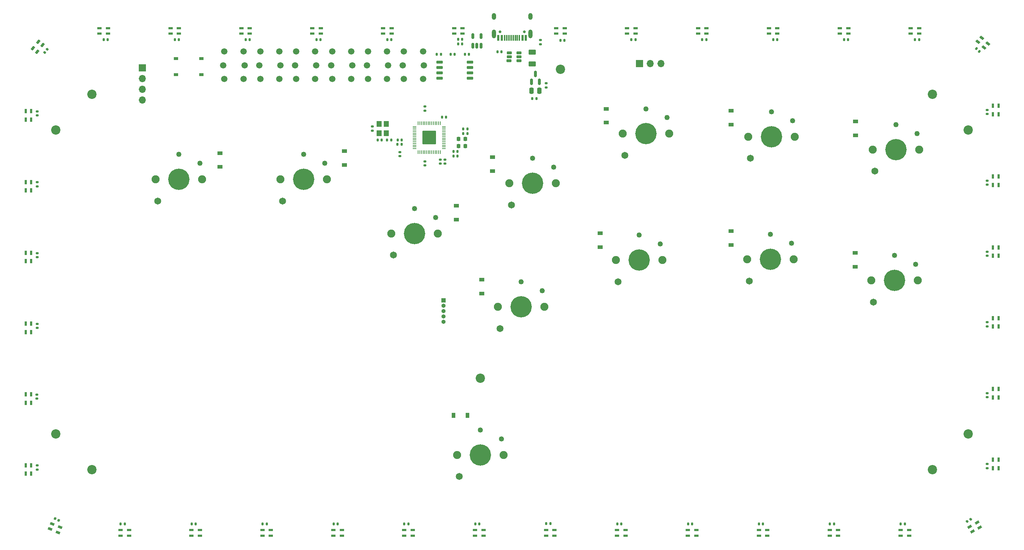
<source format=gbr>
%TF.GenerationSoftware,KiCad,Pcbnew,(6.0.6)*%
%TF.CreationDate,2023-02-28T19:31:56-05:00*%
%TF.ProjectId,fightstick_v2,66696768-7473-4746-9963-6b5f76322e6b,rev?*%
%TF.SameCoordinates,Original*%
%TF.FileFunction,Soldermask,Top*%
%TF.FilePolarity,Negative*%
%FSLAX46Y46*%
G04 Gerber Fmt 4.6, Leading zero omitted, Abs format (unit mm)*
G04 Created by KiCad (PCBNEW (6.0.6)) date 2023-02-28 19:31:56*
%MOMM*%
%LPD*%
G01*
G04 APERTURE LIST*
G04 Aperture macros list*
%AMRoundRect*
0 Rectangle with rounded corners*
0 $1 Rounding radius*
0 $2 $3 $4 $5 $6 $7 $8 $9 X,Y pos of 4 corners*
0 Add a 4 corners polygon primitive as box body*
4,1,4,$2,$3,$4,$5,$6,$7,$8,$9,$2,$3,0*
0 Add four circle primitives for the rounded corners*
1,1,$1+$1,$2,$3*
1,1,$1+$1,$4,$5*
1,1,$1+$1,$6,$7*
1,1,$1+$1,$8,$9*
0 Add four rect primitives between the rounded corners*
20,1,$1+$1,$2,$3,$4,$5,0*
20,1,$1+$1,$4,$5,$6,$7,0*
20,1,$1+$1,$6,$7,$8,$9,0*
20,1,$1+$1,$8,$9,$2,$3,0*%
%AMRotRect*
0 Rectangle, with rotation*
0 The origin of the aperture is its center*
0 $1 length*
0 $2 width*
0 $3 Rotation angle, in degrees counterclockwise*
0 Add horizontal line*
21,1,$1,$2,0,0,$3*%
G04 Aperture macros list end*
%ADD10R,1.000000X0.750000*%
%ADD11R,1.000000X0.600000*%
%ADD12R,0.600000X1.000000*%
%ADD13RotRect,1.000000X0.600000X337.000000*%
%ADD14RotRect,1.000000X0.600000X136.000000*%
%ADD15RotRect,1.000000X0.600000X231.000000*%
%ADD16RotRect,1.000000X0.600000X30.000000*%
%ADD17R,1.200000X0.900000*%
%ADD18R,1.700000X1.700000*%
%ADD19O,1.700000X1.700000*%
%ADD20RoundRect,0.140000X0.044010X-0.215785X0.220220X0.001816X-0.044010X0.215785X-0.220220X-0.001816X0*%
%ADD21RoundRect,0.140000X0.140000X0.170000X-0.140000X0.170000X-0.140000X-0.170000X0.140000X-0.170000X0*%
%ADD22C,2.200000*%
%ADD23RoundRect,0.140000X-0.170000X0.140000X-0.170000X-0.140000X0.170000X-0.140000X0.170000X0.140000X0*%
%ADD24RoundRect,0.140000X-0.140000X-0.170000X0.140000X-0.170000X0.140000X0.170000X-0.140000X0.170000X0*%
%ADD25RoundRect,0.140000X0.170000X-0.140000X0.170000X0.140000X-0.170000X0.140000X-0.170000X-0.140000X0*%
%ADD26C,1.508000*%
%ADD27RoundRect,0.225000X0.225000X0.250000X-0.225000X0.250000X-0.225000X-0.250000X0.225000X-0.250000X0*%
%ADD28RoundRect,0.150000X-0.650000X-0.150000X0.650000X-0.150000X0.650000X0.150000X-0.650000X0.150000X0*%
%ADD29R,0.900000X1.200000*%
%ADD30C,1.900000*%
%ADD31C,1.250000*%
%ADD32C,5.050000*%
%ADD33C,1.650000*%
%ADD34RoundRect,0.050000X-0.050000X0.387500X-0.050000X-0.387500X0.050000X-0.387500X0.050000X0.387500X0*%
%ADD35RoundRect,0.050000X-0.387500X0.050000X-0.387500X-0.050000X0.387500X-0.050000X0.387500X0.050000X0*%
%ADD36RoundRect,0.144000X-1.456000X1.456000X-1.456000X-1.456000X1.456000X-1.456000X1.456000X1.456000X0*%
%ADD37RoundRect,0.150000X-0.475000X-0.150000X0.475000X-0.150000X0.475000X0.150000X-0.475000X0.150000X0*%
%ADD38RoundRect,0.250000X0.250000X0.475000X-0.250000X0.475000X-0.250000X-0.475000X0.250000X-0.475000X0*%
%ADD39RoundRect,0.140000X0.036244X0.217224X-0.206244X0.077224X-0.036244X-0.217224X0.206244X-0.077224X0*%
%ADD40RoundRect,0.150000X0.150000X-0.587500X0.150000X0.587500X-0.150000X0.587500X-0.150000X-0.587500X0*%
%ADD41RoundRect,0.140000X0.195295X0.101783X-0.062446X0.211188X-0.195295X-0.101783X0.062446X-0.211188X0*%
%ADD42RoundRect,0.150000X0.150000X-0.512500X0.150000X0.512500X-0.150000X0.512500X-0.150000X-0.512500X0*%
%ADD43R,1.000000X1.000000*%
%ADD44O,1.000000X1.000000*%
%ADD45RoundRect,0.250000X-0.625000X0.375000X-0.625000X-0.375000X0.625000X-0.375000X0.625000X0.375000X0*%
%ADD46RoundRect,0.140000X-0.218799X-0.025036X-0.017384X-0.219540X0.218799X0.025036X0.017384X0.219540X0*%
%ADD47C,0.650000*%
%ADD48R,0.600000X1.450000*%
%ADD49R,0.300000X1.450000*%
%ADD50O,1.000000X1.600000*%
%ADD51O,1.000000X2.100000*%
%ADD52R,1.200000X1.400000*%
G04 APERTURE END LIST*
D10*
%TO.C,S1*%
X83150000Y-32475000D03*
X89150000Y-32475000D03*
X83150000Y-36225000D03*
X89150000Y-36225000D03*
%TD*%
D11*
%TO.C,D13*%
X150946788Y-26550000D03*
X150946788Y-25250000D03*
X148946788Y-25250000D03*
X148946788Y-26550000D03*
%TD*%
D12*
%TO.C,D14*%
X48828419Y-95285463D03*
X47528419Y-95285463D03*
X47528419Y-97285463D03*
X48828419Y-97285463D03*
%TD*%
D11*
%TO.C,D15*%
X170717713Y-144250000D03*
X170717713Y-145550000D03*
X172717713Y-145550000D03*
X172717713Y-144250000D03*
%TD*%
D12*
%TO.C,D16*%
X276528419Y-79206874D03*
X277828419Y-79206874D03*
X277828419Y-77206874D03*
X276528419Y-77206874D03*
%TD*%
D11*
%TO.C,D17*%
X134160608Y-26550000D03*
X134160608Y-25250000D03*
X132160608Y-25250000D03*
X132160608Y-26550000D03*
%TD*%
D12*
%TO.C,D18*%
X48828419Y-112071642D03*
X47528419Y-112071642D03*
X47528419Y-114071642D03*
X48828419Y-114071642D03*
%TD*%
D11*
%TO.C,D19*%
X187503893Y-144250000D03*
X187503893Y-145550000D03*
X189503893Y-145550000D03*
X189503893Y-144250000D03*
%TD*%
D12*
%TO.C,D20*%
X276528419Y-62420695D03*
X277828419Y-62420695D03*
X277828419Y-60420695D03*
X276528419Y-60420695D03*
%TD*%
D11*
%TO.C,D21*%
X117374429Y-26550000D03*
X117374429Y-25250000D03*
X115374429Y-25250000D03*
X115374429Y-26550000D03*
%TD*%
D12*
%TO.C,D22*%
X48828419Y-128857822D03*
X47528419Y-128857822D03*
X47528419Y-130857822D03*
X48828419Y-130857822D03*
%TD*%
D11*
%TO.C,D23*%
X204290072Y-144250000D03*
X204290072Y-145550000D03*
X206290072Y-145550000D03*
X206290072Y-144250000D03*
%TD*%
D12*
%TO.C,D24*%
X276528419Y-45634515D03*
X277828419Y-45634515D03*
X277828419Y-43634515D03*
X276528419Y-43634515D03*
%TD*%
D11*
%TO.C,D25*%
X98588249Y-26550000D03*
X98588249Y-25250000D03*
X100588249Y-25250000D03*
X100588249Y-26550000D03*
%TD*%
D13*
%TO.C,D26*%
X53833470Y-142790941D03*
X53325520Y-143987597D03*
X55166530Y-144769059D03*
X55674480Y-143572403D03*
%TD*%
D11*
%TO.C,D27*%
X221076252Y-144250000D03*
X221076252Y-145550000D03*
X223076252Y-145550000D03*
X223076252Y-144250000D03*
%TD*%
D14*
%TO.C,D28*%
X274367812Y-29852229D03*
X275270868Y-28917088D03*
X273832188Y-27527771D03*
X272929132Y-28462912D03*
%TD*%
D11*
%TO.C,D29*%
X83802070Y-26550000D03*
X83802070Y-25250000D03*
X81802070Y-25250000D03*
X81802070Y-26550000D03*
%TD*%
%TO.C,D30*%
X70000636Y-144250000D03*
X70000636Y-145550000D03*
X72000636Y-145550000D03*
X72000636Y-144250000D03*
%TD*%
%TO.C,D31*%
X237862431Y-144250000D03*
X237862431Y-145550000D03*
X239862431Y-145550000D03*
X239862431Y-144250000D03*
%TD*%
%TO.C,D32*%
X259048538Y-26550000D03*
X259048538Y-25250000D03*
X257048538Y-25250000D03*
X257048538Y-26550000D03*
%TD*%
%TO.C,D33*%
X67015890Y-26550000D03*
X67015890Y-25250000D03*
X65015890Y-25250000D03*
X65015890Y-26550000D03*
%TD*%
%TO.C,D34*%
X86786816Y-144250000D03*
X86786816Y-145550000D03*
X88786816Y-145550000D03*
X88786816Y-144250000D03*
%TD*%
%TO.C,D35*%
X254648611Y-144250000D03*
X254648611Y-145550000D03*
X256648611Y-145550000D03*
X256648611Y-144250000D03*
%TD*%
%TO.C,D36*%
X242262359Y-26550000D03*
X242262359Y-25250000D03*
X240262359Y-25250000D03*
X240262359Y-26550000D03*
%TD*%
D15*
%TO.C,D37*%
X51514465Y-29271912D03*
X50504176Y-28453796D03*
X49245535Y-30008088D03*
X50255824Y-30826204D03*
%TD*%
D11*
%TO.C,D38*%
X103572995Y-144250000D03*
X103572995Y-145550000D03*
X105572995Y-145550000D03*
X105572995Y-144250000D03*
%TD*%
D16*
%TO.C,D39*%
X271004579Y-143467083D03*
X271654579Y-144592917D03*
X273386629Y-143592917D03*
X272736629Y-142467083D03*
%TD*%
D11*
%TO.C,D40*%
X225476179Y-26550000D03*
X225476179Y-25250000D03*
X223476179Y-25250000D03*
X223476179Y-26550000D03*
%TD*%
D12*
%TO.C,D41*%
X48828419Y-44926924D03*
X47528419Y-44926924D03*
X47528419Y-46926924D03*
X48828419Y-46926924D03*
%TD*%
D11*
%TO.C,D42*%
X120359175Y-144250000D03*
X120359175Y-145550000D03*
X122359175Y-145550000D03*
X122359175Y-144250000D03*
%TD*%
D12*
%TO.C,D43*%
X276528419Y-129565413D03*
X277828419Y-129565413D03*
X277828419Y-127565413D03*
X276528419Y-127565413D03*
%TD*%
D11*
%TO.C,D44*%
X208690000Y-26550000D03*
X208690000Y-25250000D03*
X206690000Y-25250000D03*
X206690000Y-26550000D03*
%TD*%
D12*
%TO.C,D45*%
X48828419Y-61713104D03*
X47528419Y-61713104D03*
X47528419Y-63713104D03*
X48828419Y-63713104D03*
%TD*%
D11*
%TO.C,D46*%
X137145354Y-144250000D03*
X137145354Y-145550000D03*
X139145354Y-145550000D03*
X139145354Y-144250000D03*
%TD*%
D12*
%TO.C,D47*%
X276528419Y-112779233D03*
X277828419Y-112779233D03*
X277828419Y-110779233D03*
X276528419Y-110779233D03*
%TD*%
D11*
%TO.C,D48*%
X191903820Y-26550000D03*
X191903820Y-25250000D03*
X189903820Y-25250000D03*
X189903820Y-26550000D03*
%TD*%
D12*
%TO.C,D49*%
X48828419Y-78499283D03*
X47528419Y-78499283D03*
X47528419Y-80499283D03*
X48828419Y-80499283D03*
%TD*%
D11*
%TO.C,D50*%
X153931534Y-144250000D03*
X153931534Y-145550000D03*
X155931534Y-145550000D03*
X155931534Y-144250000D03*
%TD*%
D12*
%TO.C,D51*%
X276528419Y-95993054D03*
X277828419Y-95993054D03*
X277828419Y-93993054D03*
X276528419Y-93993054D03*
%TD*%
D11*
%TO.C,D52*%
X175117641Y-26550000D03*
X175117641Y-25250000D03*
X173117641Y-25250000D03*
X173117641Y-26550000D03*
%TD*%
D17*
%TO.C,D2*%
X123000000Y-54350000D03*
X123000000Y-57650000D03*
%TD*%
D18*
%TO.C,J2*%
X75150000Y-34650000D03*
D19*
X75150000Y-37190000D03*
X75150000Y-39730000D03*
X75150000Y-42270000D03*
%TD*%
D20*
%TO.C,C24*%
X51997926Y-30973030D03*
X52602074Y-30226970D03*
%TD*%
D21*
%TO.C,C40*%
X205280000Y-142800000D03*
X204320000Y-142800000D03*
%TD*%
D22*
%TO.C,H7*%
X270678419Y-121400000D03*
%TD*%
D17*
%TO.C,D9*%
X155500000Y-84850000D03*
X155500000Y-88150000D03*
%TD*%
D23*
%TO.C,C16*%
X145700000Y-56420000D03*
X145700000Y-57380000D03*
%TD*%
D24*
%TO.C,C22*%
X82820000Y-28000000D03*
X83780000Y-28000000D03*
%TD*%
D25*
%TO.C,C13*%
X142062502Y-44780000D03*
X142062502Y-43820000D03*
%TD*%
D21*
%TO.C,C3*%
X131792501Y-51799999D03*
X130832501Y-51799999D03*
%TD*%
D17*
%TO.C,D12*%
X243900000Y-81800000D03*
X243900000Y-78500000D03*
%TD*%
D21*
%TO.C,C39*%
X188530000Y-142800000D03*
X187570000Y-142800000D03*
%TD*%
D26*
%TO.C,SW17*%
X133075632Y-37301730D03*
X133325632Y-34051730D03*
X133075632Y-30801730D03*
X128575632Y-37301730D03*
X128575632Y-30801730D03*
X128325632Y-34051730D03*
%TD*%
D27*
%TO.C,R4*%
X151587500Y-53200001D03*
X150037500Y-53200001D03*
%TD*%
D23*
%TO.C,C49*%
X275100000Y-61420000D03*
X275100000Y-62380000D03*
%TD*%
%TO.C,C2*%
X129562500Y-48570001D03*
X129562500Y-49530001D03*
%TD*%
D22*
%TO.C,H8*%
X262178419Y-129900000D03*
%TD*%
D24*
%TO.C,C21*%
X99620000Y-28000000D03*
X100580000Y-28000000D03*
%TD*%
D18*
%TO.C,J3*%
X192820000Y-33600000D03*
D19*
X195360000Y-33600000D03*
X197900000Y-33600000D03*
%TD*%
D24*
%TO.C,C55*%
X207670000Y-28000000D03*
X208630000Y-28000000D03*
%TD*%
D21*
%TO.C,C34*%
X104580000Y-142800000D03*
X103620000Y-142800000D03*
%TD*%
%TO.C,C38*%
X171730000Y-142700000D03*
X170770000Y-142700000D03*
%TD*%
D22*
%TO.C,H2*%
X63178419Y-40900000D03*
%TD*%
D24*
%TO.C,C52*%
X258070000Y-28000000D03*
X259030000Y-28000000D03*
%TD*%
D21*
%TO.C,C32*%
X70980000Y-142800000D03*
X70020000Y-142800000D03*
%TD*%
D22*
%TO.C,H4*%
X270678419Y-49400000D03*
%TD*%
D24*
%TO.C,C8*%
X148820000Y-54500000D03*
X149780000Y-54500000D03*
%TD*%
D25*
%TO.C,C26*%
X50300000Y-62730000D03*
X50300000Y-61770000D03*
%TD*%
D23*
%TO.C,R6*%
X169350000Y-28070000D03*
X169350000Y-29030000D03*
%TD*%
D22*
%TO.C,H9*%
X174131862Y-35006000D03*
%TD*%
D28*
%TO.C,U2*%
X145500000Y-33295000D03*
X145500000Y-34565000D03*
X145500000Y-35835000D03*
X145500000Y-37105000D03*
X152700000Y-37105000D03*
X152700000Y-35835000D03*
X152700000Y-34565000D03*
X152700000Y-33295000D03*
%TD*%
D23*
%TO.C,C50*%
X275100000Y-44620000D03*
X275100000Y-45580000D03*
%TD*%
D17*
%TO.C,D3*%
X149500000Y-67350000D03*
X149500000Y-70650000D03*
%TD*%
D22*
%TO.C,H3*%
X262178419Y-40900000D03*
%TD*%
D26*
%TO.C,SW14*%
X107575632Y-30801730D03*
X107825632Y-34051730D03*
X107575632Y-37301730D03*
X103075632Y-37301730D03*
X102825632Y-34051730D03*
X103075632Y-30801730D03*
%TD*%
D29*
%TO.C,D4*%
X148850000Y-117000000D03*
X152150000Y-117000000D03*
%TD*%
D21*
%TO.C,R2*%
X149080000Y-31450000D03*
X148120000Y-31450000D03*
%TD*%
D17*
%TO.C,D1*%
X93500000Y-54850000D03*
X93500000Y-58150000D03*
%TD*%
D23*
%TO.C,C11*%
X146750000Y-56420000D03*
X146750000Y-57380000D03*
%TD*%
%TO.C,C45*%
X275100000Y-128570000D03*
X275100000Y-129530000D03*
%TD*%
D24*
%TO.C,C18*%
X149920000Y-27900000D03*
X150880000Y-27900000D03*
%TD*%
D22*
%TO.C,H10*%
X155137512Y-108269442D03*
%TD*%
D17*
%TO.C,D5*%
X158000000Y-55850000D03*
X158000000Y-59150000D03*
%TD*%
D30*
%TO.C,SW6*%
X199894878Y-50255526D03*
D31*
X199394878Y-46455526D03*
D30*
X188894878Y-50255526D03*
D32*
X194394878Y-50255526D03*
D31*
X194394878Y-44355526D03*
D33*
X189394878Y-55405526D03*
%TD*%
D25*
%TO.C,C27*%
X50250000Y-79530000D03*
X50250000Y-78570000D03*
%TD*%
D32*
%TO.C,SW8*%
X253576264Y-54016110D03*
D30*
X259076264Y-54016110D03*
D31*
X258576264Y-50216110D03*
D30*
X248076264Y-54016110D03*
D31*
X253576264Y-48116110D03*
D33*
X248576264Y-59166110D03*
%TD*%
D23*
%TO.C,C1*%
X170700000Y-38320000D03*
X170700000Y-39280000D03*
%TD*%
D21*
%TO.C,C7*%
X136517499Y-52800001D03*
X135557499Y-52800001D03*
%TD*%
%TO.C,R5*%
X134042502Y-51800000D03*
X133082502Y-51800000D03*
%TD*%
D24*
%TO.C,C19*%
X134080000Y-28000000D03*
X133120000Y-28000000D03*
%TD*%
%TO.C,R7*%
X159220000Y-30850000D03*
X160180000Y-30850000D03*
%TD*%
D21*
%TO.C,C33*%
X87780000Y-142800000D03*
X86820000Y-142800000D03*
%TD*%
D30*
%TO.C,SW7*%
X218565244Y-50956652D03*
X229565244Y-50956652D03*
D33*
X219065244Y-56106652D03*
D32*
X224065244Y-50956652D03*
D31*
X224065244Y-45056652D03*
X229065244Y-47156652D03*
%TD*%
D21*
%TO.C,C42*%
X238880000Y-142800000D03*
X237920000Y-142800000D03*
%TD*%
D24*
%TO.C,C57*%
X174120000Y-28100000D03*
X175080000Y-28100000D03*
%TD*%
D34*
%TO.C,U3*%
X145662500Y-47762501D03*
X145262500Y-47762501D03*
X144862500Y-47762501D03*
X144462500Y-47762501D03*
X144062500Y-47762501D03*
X143662500Y-47762501D03*
X143262500Y-47762501D03*
X142862500Y-47762501D03*
X142462500Y-47762501D03*
X142062500Y-47762501D03*
X141662500Y-47762501D03*
X141262500Y-47762501D03*
X140862500Y-47762501D03*
X140462500Y-47762501D03*
D35*
X139625000Y-48600001D03*
X139625000Y-49000001D03*
X139625000Y-49400001D03*
X139625000Y-49800001D03*
X139625000Y-50200001D03*
X139625000Y-50600001D03*
X139625000Y-51000001D03*
X139625000Y-51400001D03*
X139625000Y-51800001D03*
X139625000Y-52200001D03*
X139625000Y-52600001D03*
X139625000Y-53000001D03*
X139625000Y-53400001D03*
X139625000Y-53800001D03*
D34*
X140462500Y-54637501D03*
X140862500Y-54637501D03*
X141262500Y-54637501D03*
X141662500Y-54637501D03*
X142062500Y-54637501D03*
X142462500Y-54637501D03*
X142862500Y-54637501D03*
X143262500Y-54637501D03*
X143662500Y-54637501D03*
X144062500Y-54637501D03*
X144462500Y-54637501D03*
X144862500Y-54637501D03*
X145262500Y-54637501D03*
X145662500Y-54637501D03*
D35*
X146500000Y-53800001D03*
X146500000Y-53400001D03*
X146500000Y-53000001D03*
X146500000Y-52600001D03*
X146500000Y-52200001D03*
X146500000Y-51800001D03*
X146500000Y-51400001D03*
X146500000Y-51000001D03*
X146500000Y-50600001D03*
X146500000Y-50200001D03*
X146500000Y-49800001D03*
X146500000Y-49400001D03*
X146500000Y-49000001D03*
X146500000Y-48600001D03*
D36*
X143062500Y-51200001D03*
%TD*%
D31*
%TO.C,SW1*%
X83780574Y-55151730D03*
D33*
X78780574Y-66201730D03*
D30*
X89280574Y-61051730D03*
D32*
X83780574Y-61051730D03*
D30*
X78280574Y-61051730D03*
D31*
X88780574Y-57251730D03*
%TD*%
D30*
%TO.C,SW11*%
X229358182Y-80017936D03*
X218358182Y-80017936D03*
D31*
X228858182Y-76217936D03*
D32*
X223858182Y-80017936D03*
D31*
X223858182Y-74117936D03*
D33*
X218858182Y-85167936D03*
%TD*%
D21*
%TO.C,C58*%
X150880000Y-29000000D03*
X149920000Y-29000000D03*
%TD*%
D26*
%TO.C,SW15*%
X116075632Y-30801730D03*
X116325632Y-34051730D03*
X116075632Y-37301730D03*
X111325632Y-34051730D03*
X111575632Y-37301730D03*
X111575632Y-30801730D03*
%TD*%
D24*
%TO.C,C53*%
X241270000Y-28000000D03*
X242230000Y-28000000D03*
%TD*%
D37*
%TO.C,U4*%
X161995000Y-31070000D03*
X161995000Y-32020000D03*
X161920000Y-32970000D03*
X164345000Y-32970000D03*
X164345000Y-32020000D03*
X164345000Y-31070000D03*
%TD*%
D26*
%TO.C,SW16*%
X124575632Y-30801730D03*
X124575632Y-37301730D03*
X124825632Y-34051730D03*
X120075632Y-30801730D03*
X120075632Y-37301730D03*
X119825632Y-34051730D03*
%TD*%
%TO.C,SW19*%
X141575632Y-30801730D03*
X141575632Y-37301730D03*
X141825632Y-34051730D03*
X136825632Y-34051730D03*
X137075632Y-30801730D03*
X137075632Y-37301730D03*
%TD*%
D31*
%TO.C,SW2*%
X113326119Y-55151730D03*
X118326119Y-57251730D03*
D32*
X113326119Y-61051730D03*
D33*
X108326119Y-66201730D03*
D30*
X107826119Y-61051730D03*
X118826119Y-61051730D03*
%TD*%
D38*
%TO.C,C17*%
X169150000Y-40100000D03*
X167250000Y-40100000D03*
%TD*%
D25*
%TO.C,C30*%
X50300000Y-129880000D03*
X50300000Y-128920000D03*
%TD*%
D21*
%TO.C,C35*%
X121380000Y-142800000D03*
X120420000Y-142800000D03*
%TD*%
D27*
%TO.C,R3*%
X151587502Y-51480000D03*
X150037502Y-51480000D03*
%TD*%
D39*
%TO.C,C44*%
X271215692Y-141660000D03*
X270384308Y-142140000D03*
%TD*%
D21*
%TO.C,C37*%
X154930000Y-142800000D03*
X153970000Y-142800000D03*
%TD*%
D24*
%TO.C,C14*%
X146070000Y-46350000D03*
X147030000Y-46350000D03*
%TD*%
D17*
%TO.C,D7*%
X214500000Y-44850000D03*
X214500000Y-48150000D03*
%TD*%
D40*
%TO.C,U1*%
X167250000Y-37987500D03*
X169150000Y-37987500D03*
X168200000Y-36112500D03*
%TD*%
D24*
%TO.C,C6*%
X151120000Y-49150000D03*
X152080000Y-49150000D03*
%TD*%
D21*
%TO.C,C43*%
X255630000Y-142800000D03*
X254670000Y-142800000D03*
%TD*%
D24*
%TO.C,C23*%
X66020000Y-28000000D03*
X66980000Y-28000000D03*
%TD*%
D21*
%TO.C,R1*%
X145830000Y-31450000D03*
X144870000Y-31450000D03*
%TD*%
D24*
%TO.C,C54*%
X224470000Y-28000000D03*
X225430000Y-28000000D03*
%TD*%
D41*
%TO.C,C31*%
X55341842Y-141887551D03*
X54458158Y-141512449D03*
%TD*%
D24*
%TO.C,C10*%
X148820000Y-55600000D03*
X149780000Y-55600000D03*
%TD*%
D26*
%TO.C,SW13*%
X99075632Y-30801730D03*
X99075632Y-37301730D03*
X99325632Y-34051730D03*
X94325632Y-34051730D03*
X94575632Y-37301730D03*
X94575632Y-30801730D03*
%TD*%
D24*
%TO.C,C56*%
X190920000Y-28000000D03*
X191880000Y-28000000D03*
%TD*%
D31*
%TO.C,SW9*%
X169832634Y-87474959D03*
D30*
X159332634Y-91274959D03*
X170332634Y-91274959D03*
D31*
X164832634Y-85374959D03*
D33*
X159832634Y-96424959D03*
D32*
X164832634Y-91274959D03*
%TD*%
D42*
%TO.C,U5*%
X153400000Y-29387500D03*
X154350000Y-29387500D03*
X155300000Y-29387500D03*
X155300000Y-27112500D03*
X153400000Y-27112500D03*
%TD*%
D21*
%TO.C,C41*%
X222080000Y-142800000D03*
X221120000Y-142800000D03*
%TD*%
D23*
%TO.C,C48*%
X275100000Y-78220000D03*
X275100000Y-79180000D03*
%TD*%
D21*
%TO.C,C36*%
X138130000Y-142800000D03*
X137170000Y-142800000D03*
%TD*%
D43*
%TO.C,J9*%
X146400000Y-89750000D03*
D44*
X146400000Y-91020000D03*
X146400000Y-92290000D03*
X146400000Y-93560000D03*
X146400000Y-94830000D03*
%TD*%
D30*
%TO.C,SW3*%
X145117318Y-73909890D03*
X134117318Y-73909890D03*
D32*
X139617318Y-73909890D03*
D31*
X144617318Y-70109890D03*
D33*
X134617318Y-79059890D03*
D31*
X139617318Y-68009890D03*
%TD*%
D17*
%TO.C,D8*%
X244000000Y-47350000D03*
X244000000Y-50650000D03*
%TD*%
D45*
%TO.C,TH1*%
X167400000Y-30900000D03*
X167400000Y-33700000D03*
%TD*%
D24*
%TO.C,C20*%
X116370000Y-28000000D03*
X117330000Y-28000000D03*
%TD*%
D23*
%TO.C,C46*%
X275100000Y-111770000D03*
X275100000Y-112730000D03*
%TD*%
D30*
%TO.C,SW5*%
X173010603Y-61987430D03*
X162010603Y-61987430D03*
D31*
X172510603Y-58187430D03*
D32*
X167510603Y-61987430D03*
D33*
X162510603Y-67137430D03*
D31*
X167510603Y-56087430D03*
%TD*%
D22*
%TO.C,H6*%
X63178419Y-129900000D03*
%TD*%
D30*
%TO.C,SW4*%
X160637512Y-126400000D03*
D32*
X155137512Y-126400000D03*
D31*
X155137512Y-120500000D03*
D30*
X149637512Y-126400000D03*
D31*
X160137512Y-122600000D03*
D33*
X150137512Y-131550000D03*
%TD*%
D17*
%TO.C,D10*%
X183500000Y-73850000D03*
X183500000Y-77150000D03*
%TD*%
%TO.C,D6*%
X185000000Y-44350000D03*
X185000000Y-47650000D03*
%TD*%
D21*
%TO.C,C4*%
X168430000Y-41950000D03*
X167470000Y-41950000D03*
%TD*%
D25*
%TO.C,C25*%
X50300000Y-45930000D03*
X50300000Y-44970000D03*
%TD*%
D23*
%TO.C,C12*%
X142062501Y-56820000D03*
X142062501Y-57780000D03*
%TD*%
%TO.C,C47*%
X275100000Y-94970000D03*
X275100000Y-95930000D03*
%TD*%
D25*
%TO.C,C28*%
X50300000Y-96280000D03*
X50300000Y-95320000D03*
%TD*%
D46*
%TO.C,C51*%
X272554717Y-30066564D03*
X273245283Y-30733436D03*
%TD*%
D47*
%TO.C,J1*%
X165558419Y-26100000D03*
X159778419Y-26100000D03*
D48*
X165918419Y-27545000D03*
X165118419Y-27545000D03*
D49*
X163918419Y-27545000D03*
X162918419Y-27545000D03*
X162418419Y-27545000D03*
X161418419Y-27545000D03*
D48*
X160218419Y-27545000D03*
X159418419Y-27545000D03*
X159418419Y-27545000D03*
X160218419Y-27545000D03*
D49*
X160918419Y-27545000D03*
X161918419Y-27545000D03*
X163418419Y-27545000D03*
X164418419Y-27545000D03*
D48*
X165118419Y-27545000D03*
X165918419Y-27545000D03*
D50*
X166988419Y-22450000D03*
D51*
X158348419Y-26630000D03*
X166988419Y-26630000D03*
D50*
X158348419Y-22450000D03*
%TD*%
D17*
%TO.C,D11*%
X214500000Y-73350000D03*
X214500000Y-76650000D03*
%TD*%
D30*
%TO.C,SW10*%
X187259730Y-80196127D03*
D31*
X192759730Y-74296127D03*
D32*
X192759730Y-80196127D03*
D33*
X187759730Y-85346127D03*
D30*
X198259730Y-80196127D03*
D31*
X197759730Y-76396127D03*
%TD*%
D22*
%TO.C,H1*%
X54678419Y-49400000D03*
%TD*%
D21*
%TO.C,C5*%
X152480000Y-31450000D03*
X151520000Y-31450000D03*
%TD*%
D25*
%TO.C,C29*%
X50200000Y-113080000D03*
X50200000Y-112120000D03*
%TD*%
D22*
%TO.C,H5*%
X54678419Y-121400000D03*
%TD*%
D30*
%TO.C,SW12*%
X247726703Y-85022767D03*
X258726703Y-85022767D03*
D31*
X253226703Y-79122767D03*
D32*
X253226703Y-85022767D03*
D33*
X248226703Y-90172767D03*
D31*
X258226703Y-81222767D03*
%TD*%
D21*
%TO.C,C9*%
X136530000Y-51750000D03*
X135570000Y-51750000D03*
%TD*%
D24*
%TO.C,C15*%
X151120000Y-50200000D03*
X152080000Y-50200000D03*
%TD*%
D52*
%TO.C,Y1*%
X132912500Y-50150001D03*
X132912500Y-47950001D03*
X131212500Y-47950001D03*
X131212500Y-50150001D03*
%TD*%
D25*
%TO.C,R8*%
X136100000Y-55580000D03*
X136100000Y-54620000D03*
%TD*%
M02*

</source>
